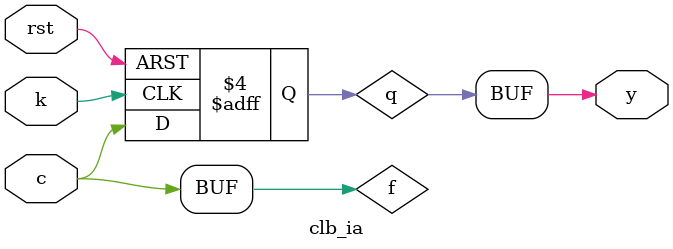
<source format=v>
module clb_ia(
	input c,
	input k,
	input rst,
	output y
);

	wire f;
	reg q;
	
	assign f = c | c;
	
	always @(posedge k, negedge rst) begin
		if (rst == 1'b0) begin
			q <= 1'b0;
		end else begin
			q <= f;
		end
	end
	
	assign y = q;
	
endmodule


</source>
